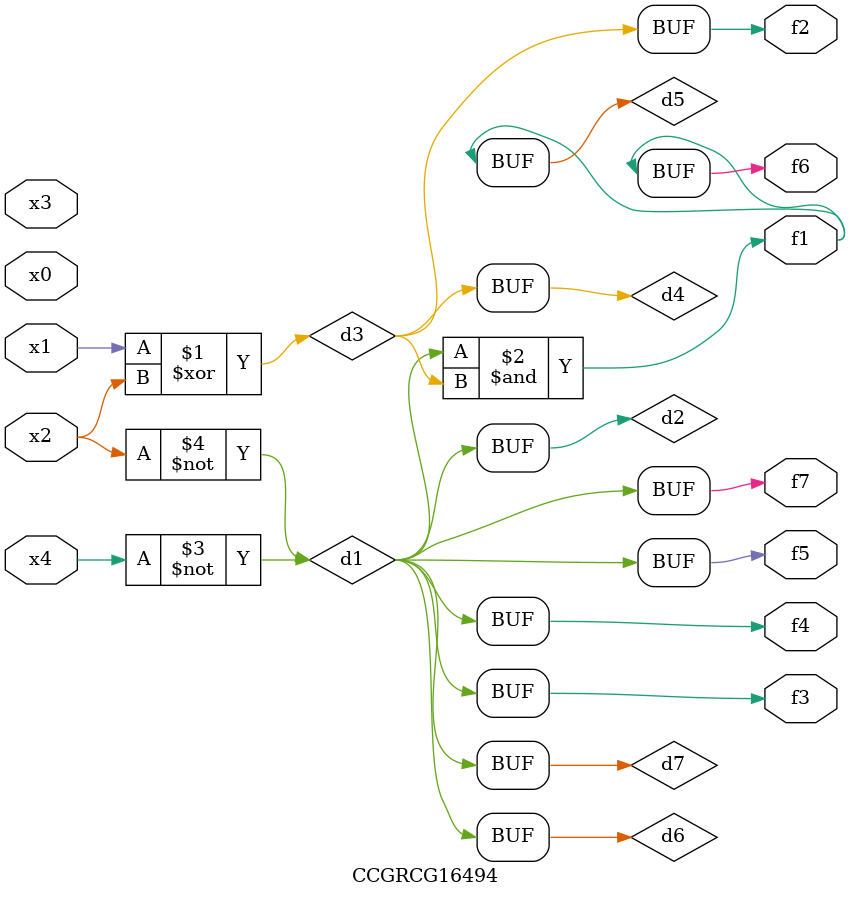
<source format=v>
module CCGRCG16494(
	input x0, x1, x2, x3, x4,
	output f1, f2, f3, f4, f5, f6, f7
);

	wire d1, d2, d3, d4, d5, d6, d7;

	not (d1, x4);
	not (d2, x2);
	xor (d3, x1, x2);
	buf (d4, d3);
	and (d5, d1, d3);
	buf (d6, d1, d2);
	buf (d7, d2);
	assign f1 = d5;
	assign f2 = d4;
	assign f3 = d7;
	assign f4 = d7;
	assign f5 = d7;
	assign f6 = d5;
	assign f7 = d7;
endmodule

</source>
